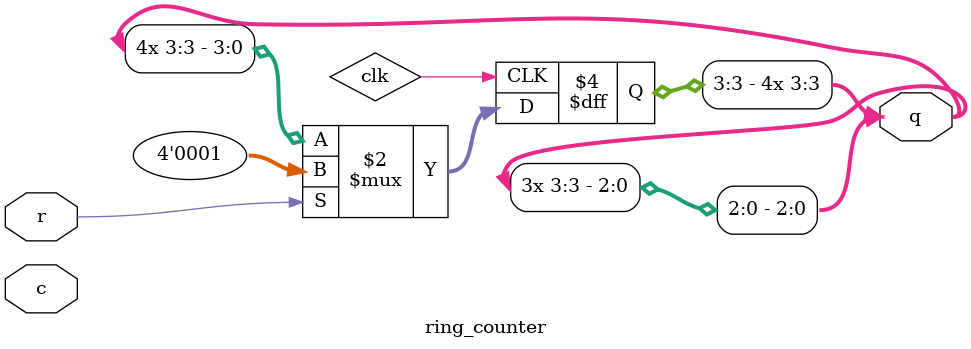
<source format=v>
`timescale 1ns / 1ps


module ring_counter(
    input wire c,r,
    output [3:0]q
    );
    assign q[0]=q[3];
    assign q[1]=q[0];
    assign q[2]=q[1];
    assign q[3]=q[2];
    always @(posedge clk)
        begin
            if(r)
                q<=4'b00001;
        end
endmodule

</source>
